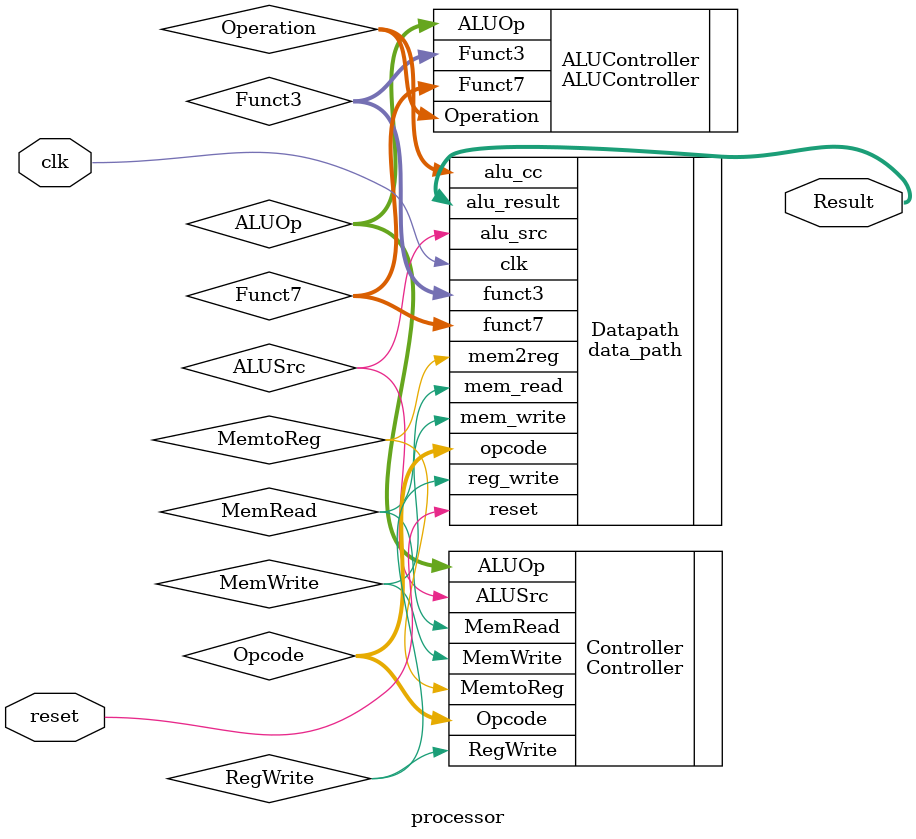
<source format=v>
`timescale 1ns / 1ps

module processor(
    input clk, input reset,
    output [31:0] Result
    );
    
    
    wire [1:0] ALUOp;
    wire RegWrite, ALUSrc, MemtoReg, MemWrite, MemRead;
    
    wire [2:0] Funct3;
    wire [6:0] Funct7;
    wire [6:0] Opcode;
    
    wire [3:0] Operation;
    
    data_path Datapath(.clk(clk), .reset(reset), 
    .reg_write(RegWrite), .mem2reg(MemtoReg), .alu_src(ALUSrc), .mem_write(MemWrite), .mem_read(MemRead),
    .alu_cc(Operation), .opcode(Opcode), .funct7(Funct7), .funct3(Funct3),
    .alu_result(Result));
    
    Controller Controller(.Opcode(Opcode),
    .ALUSrc(ALUSrc), .MemtoReg(MemtoReg), .RegWrite(RegWrite), .MemRead(MemRead), .MemWrite(MemWrite),
    .ALUOp(ALUOp));
    
    ALUController ALUController(.ALUOp(ALUOp), .Funct7(Funct7), .Funct3(Funct3), .Operation(Operation));
    
    
    
    
    
endmodule

</source>
